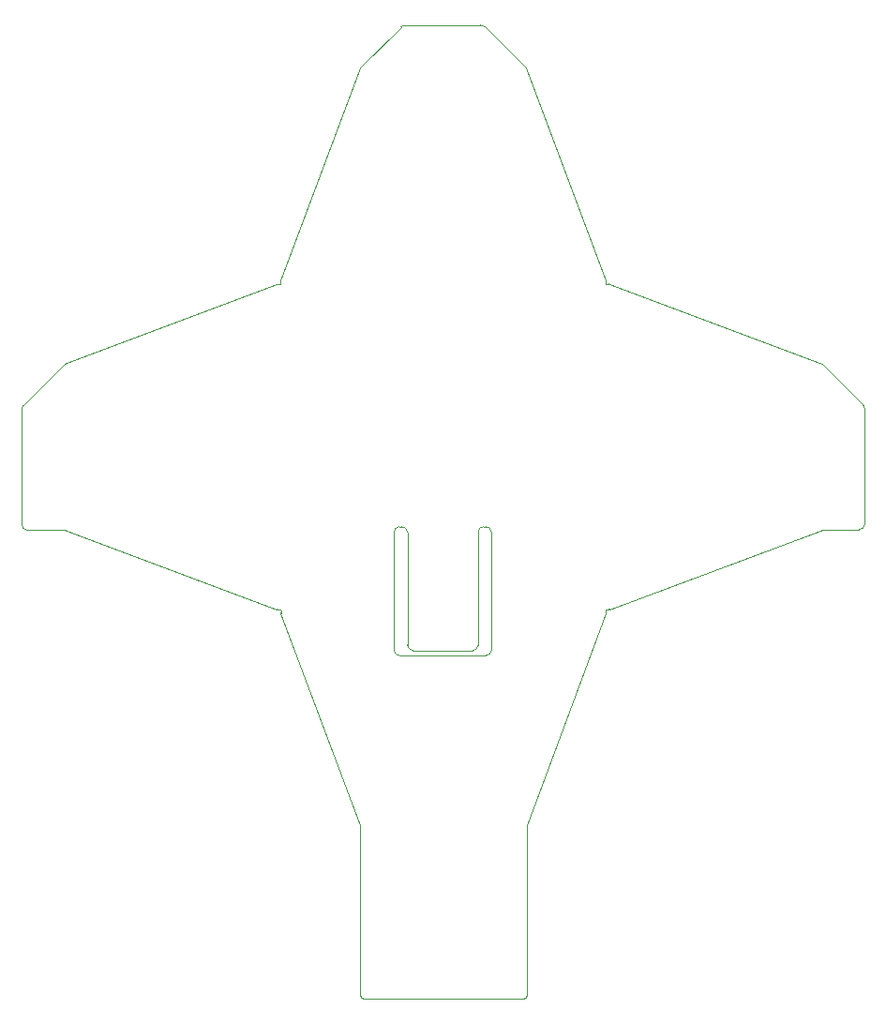
<source format=gm1>
G04 #@! TF.GenerationSoftware,KiCad,Pcbnew,9.0.3*
G04 #@! TF.CreationDate,2025-08-05T11:28:11+01:00*
G04 #@! TF.ProjectId,Badge ESC 2025,42616467-6520-4455-9343-20323032352e,rev?*
G04 #@! TF.SameCoordinates,Original*
G04 #@! TF.FileFunction,Profile,NP*
%FSLAX46Y46*%
G04 Gerber Fmt 4.6, Leading zero omitted, Abs format (unit mm)*
G04 Created by KiCad (PCBNEW 9.0.3) date 2025-08-05 11:28:11*
%MOMM*%
%LPD*%
G01*
G04 APERTURE LIST*
G04 #@! TA.AperFunction,Profile*
%ADD10C,0.100000*%
G04 #@! TD*
G04 #@! TA.AperFunction,Profile*
%ADD11C,0.050000*%
G04 #@! TD*
%ADD12C,0.100000*%
G04 APERTURE END LIST*
D10*
X151067464Y-81751066D02*
G75*
G02*
X151114611Y-81744512I29636J-40334D01*
G01*
D11*
X131640000Y-104160000D02*
G75*
G02*
X132140000Y-103660000I500000J0D01*
G01*
X139940000Y-103650000D02*
G75*
G02*
X140440000Y-104150000I0J-500000D01*
G01*
D10*
X150766079Y-81730997D02*
X150788603Y-81745880D01*
X121410422Y-111161033D02*
X121394677Y-111137790D01*
X102059423Y-88882821D02*
X101857895Y-88992628D01*
D11*
X131640000Y-108150000D02*
X131640000Y-104160000D01*
D10*
X121415880Y-111188233D02*
X121410422Y-111161033D01*
X102069013Y-104029039D02*
X121046144Y-111124301D01*
D11*
X140440000Y-114790000D02*
G75*
G02*
X139940000Y-115290000I-500000J0D01*
G01*
X138740000Y-114830000D02*
X133350000Y-114830000D01*
D10*
X121372140Y-111122917D02*
X121345119Y-111117560D01*
X173995137Y-92644086D02*
X170293402Y-88949287D01*
D11*
X132350000Y-103660000D02*
G75*
G02*
X132850000Y-104160000I0J-500000D01*
G01*
X132950000Y-115290000D02*
X132950000Y-115300000D01*
D10*
X121093299Y-111117722D02*
G75*
G02*
X121046160Y-111124258I-29599J40222D01*
G01*
X151133211Y-111105241D02*
X170101333Y-103985946D01*
X98014516Y-93045864D02*
G75*
G02*
X98160827Y-92692089I499984J364D01*
G01*
X121391862Y-81726167D02*
X121397204Y-81699153D01*
D12*
X129097281Y-146309197D02*
X129092933Y-146309190D01*
X129088580Y-146309162D01*
X129084285Y-146309115D01*
X129079987Y-146309048D01*
X129075745Y-146308961D01*
X129071501Y-146308854D01*
X129067311Y-146308728D01*
X129063120Y-146308582D01*
X129058983Y-146308417D01*
X129054844Y-146308232D01*
X129050759Y-146308030D01*
X129046672Y-146307807D01*
X129042637Y-146307566D01*
X129038602Y-146307306D01*
X129034618Y-146307028D01*
X129030634Y-146306730D01*
X129026700Y-146306416D01*
X129022766Y-146306081D01*
X129018881Y-146305731D01*
X129014997Y-146305360D01*
X129011161Y-146304973D01*
X129007327Y-146304567D01*
X129003539Y-146304145D01*
X128999753Y-146303703D01*
X128996014Y-146303246D01*
X128992276Y-146302769D01*
X128988584Y-146302277D01*
X128984894Y-146301766D01*
X128981249Y-146301240D01*
X128977606Y-146300694D01*
X128974007Y-146300135D01*
X128970412Y-146299555D01*
X128966858Y-146298962D01*
X128963309Y-146298349D01*
X128959801Y-146297723D01*
X128956297Y-146297077D01*
X128952834Y-146296418D01*
X128949376Y-146295740D01*
X128945957Y-146295049D01*
X128942543Y-146294338D01*
X128939169Y-146293615D01*
X128935799Y-146292872D01*
X128932468Y-146292117D01*
X128929142Y-146291343D01*
X128925854Y-146290557D01*
X128922571Y-146289751D01*
X128919325Y-146288934D01*
X128916085Y-146288097D01*
X128912881Y-146287249D01*
X128909684Y-146286382D01*
X128906521Y-146285503D01*
X128903365Y-146284605D01*
X128900244Y-146283697D01*
X128897129Y-146282769D01*
X128894049Y-146281830D01*
X128890975Y-146280873D01*
X128887934Y-146279904D01*
X128884901Y-146278917D01*
X128881900Y-146277920D01*
X128878906Y-146276903D01*
X128875944Y-146275876D01*
X128872990Y-146274830D01*
X128870067Y-146273775D01*
X128867152Y-146272700D01*
X128864807Y-146271820D01*
D10*
X121027560Y-81763541D02*
X102059423Y-88882821D01*
X143617409Y-130599842D02*
X150770278Y-111468629D01*
X132290075Y-58519640D02*
X128595271Y-62221376D01*
X121397046Y-81447333D02*
G75*
G02*
X121390495Y-81400155I40254J29633D01*
G01*
D11*
X139740000Y-103650000D02*
X139940000Y-103650000D01*
X140440000Y-108140000D02*
X140440000Y-114790000D01*
D10*
X150783768Y-111120090D02*
X150768891Y-111142620D01*
D11*
X131640000Y-114800000D02*
X131640000Y-108150000D01*
D10*
X173995137Y-92644086D02*
G75*
G02*
X174141919Y-92997658I-353037J-353814D01*
G01*
X121415880Y-111188233D02*
X121416028Y-111440051D01*
X139468895Y-58368534D02*
X132643636Y-58372863D01*
X150768891Y-111142620D02*
X150763551Y-111169640D01*
X151133211Y-111105241D02*
G75*
G02*
X151086048Y-111098720I-17611J46441D01*
G01*
X121326537Y-81769893D02*
X121353728Y-81764430D01*
X98014516Y-93045864D02*
X98021131Y-103473897D01*
X150751235Y-81381565D02*
G75*
G02*
X150744708Y-81428724I-46935J-17535D01*
G01*
X143392288Y-146249176D02*
X143271592Y-146287523D01*
D12*
X143508742Y-146165662D02*
X143505019Y-146169558D01*
X143501241Y-146173396D01*
X143497406Y-146177178D01*
X143493514Y-146180903D01*
X143489565Y-146184573D01*
X143485559Y-146188187D01*
X143481495Y-146191746D01*
X143477373Y-146195249D01*
X143473192Y-146198698D01*
X143468952Y-146202092D01*
X143464652Y-146205431D01*
X143460292Y-146208717D01*
X143455871Y-146211948D01*
X143451389Y-146215125D01*
X143446845Y-146218248D01*
X143442238Y-146221317D01*
X143437568Y-146224332D01*
X143432834Y-146227293D01*
X143428036Y-146230201D01*
X143423172Y-146233054D01*
X143418243Y-146235853D01*
X143413247Y-146238599D01*
X143408184Y-146241290D01*
X143403054Y-146243926D01*
X143397854Y-146246509D01*
X143392586Y-146249036D01*
X143392288Y-146249176D01*
D10*
X121409521Y-111487214D02*
G75*
G02*
X121416054Y-111440070I46979J17514D01*
G01*
X121353728Y-81764430D02*
X121376972Y-81748706D01*
X150763707Y-111421474D02*
X150763551Y-111169640D01*
X174148523Y-103425689D02*
G75*
G02*
X173648827Y-103926023I-499923J-411D01*
G01*
D11*
X139240000Y-114330000D02*
G75*
G02*
X138740000Y-114830000I-500000J0D01*
G01*
D10*
X170302876Y-103928122D02*
X173648827Y-103925997D01*
X143627771Y-145800000D02*
X143617409Y-130599842D01*
X151067464Y-81751066D02*
X150815625Y-81751232D01*
X139468895Y-58368534D02*
G75*
G02*
X139822682Y-58514847I505J-499666D01*
G01*
X143271592Y-146287523D02*
X143128096Y-146300301D01*
X143631943Y-62413443D02*
X143522135Y-62211927D01*
X128586622Y-130609354D02*
X128596970Y-145800000D01*
X121394677Y-111137790D02*
X121372140Y-111122917D01*
D11*
X139240000Y-104150000D02*
G75*
G02*
X139740000Y-103650000I500000J0D01*
G01*
X133350000Y-114830000D02*
G75*
G02*
X132850000Y-114330000I0J500000D01*
G01*
D10*
X98521443Y-103973584D02*
G75*
G02*
X98021116Y-103473897I-443J499884D01*
G01*
X128648095Y-146073699D02*
X128609751Y-145953015D01*
X132290075Y-58519640D02*
G75*
G02*
X132643636Y-58372869I353725J-352860D01*
G01*
X98521443Y-103973584D02*
X101867393Y-103971454D01*
X128609751Y-145953015D02*
X128596970Y-145809508D01*
X121376972Y-81748706D02*
X121391862Y-81726167D01*
D11*
X139240000Y-114330000D02*
X139240000Y-104150000D01*
D10*
X170293402Y-88949287D02*
X170091733Y-88839754D01*
X150834219Y-111098888D02*
X150807014Y-111104346D01*
X150751235Y-81381565D02*
X143631943Y-62413443D01*
X150744882Y-81680571D02*
X150744717Y-81428731D01*
X121027560Y-81763541D02*
G75*
G02*
X121074714Y-81770071I17540J-46859D01*
G01*
X150807014Y-111104346D02*
X150783768Y-111120090D01*
D12*
X128731613Y-146190157D02*
X128727719Y-146186437D01*
X128723881Y-146182661D01*
X128720101Y-146178829D01*
X128716376Y-146174940D01*
X128712708Y-146170994D01*
X128709095Y-146166990D01*
X128705537Y-146162929D01*
X128702035Y-146158809D01*
X128698587Y-146154631D01*
X128695194Y-146150393D01*
X128691856Y-146146096D01*
X128688571Y-146141738D01*
X128685341Y-146137319D01*
X128682165Y-146132840D01*
X128679044Y-146128298D01*
X128675976Y-146123694D01*
X128672962Y-146119027D01*
X128670002Y-146114296D01*
X128667096Y-146109500D01*
X128664244Y-146104640D01*
X128661446Y-146099714D01*
X128658702Y-146094721D01*
X128656012Y-146089662D01*
X128653378Y-146084535D01*
X128650797Y-146079339D01*
X128648272Y-146074075D01*
X128648095Y-146073699D01*
D11*
X132140000Y-115300000D02*
G75*
G02*
X131640000Y-114800000I0J500000D01*
G01*
D10*
X101867393Y-103971454D02*
X102069013Y-104029039D01*
X174148523Y-103425689D02*
X174141909Y-92997658D01*
X128595271Y-62221376D02*
X128485732Y-62423027D01*
X150744882Y-81680571D02*
X150750341Y-81707755D01*
X150763707Y-111421474D02*
G75*
G02*
X150770267Y-111468625I-40207J-29626D01*
G01*
X129097281Y-146309197D02*
X143128096Y-146300301D01*
X150750341Y-81707755D02*
X150766079Y-81730997D01*
X101857895Y-88992628D02*
X98160845Y-92692107D01*
X150788603Y-81745880D02*
X150815625Y-81751232D01*
D11*
X132140000Y-103660000D02*
X132350000Y-103660000D01*
X132850000Y-104160000D02*
X132850000Y-114330000D01*
D10*
X121093299Y-111117722D02*
X121345119Y-111117560D01*
X121326537Y-81769893D02*
X121074726Y-81770055D01*
X143522135Y-62211927D02*
X139822663Y-58514866D01*
X128485732Y-62423027D02*
X121390474Y-81400147D01*
X150834219Y-111098888D02*
X151086040Y-111098731D01*
D11*
X140440000Y-104150000D02*
X140440000Y-108140000D01*
X132950000Y-115300000D02*
X132140000Y-115300000D01*
D10*
X121409521Y-111487214D02*
X128586622Y-130609354D01*
D12*
X128864807Y-146271820D02*
X128861939Y-146270724D01*
X128859081Y-146269609D01*
X128856251Y-146268485D01*
X128853431Y-146267342D01*
X128850638Y-146266189D01*
X128847855Y-146265019D01*
X128845100Y-146263838D01*
X128842354Y-146262639D01*
X128839635Y-146261430D01*
X128836926Y-146260204D01*
X128834243Y-146258967D01*
X128831571Y-146257713D01*
X128828924Y-146256449D01*
X128826287Y-146255168D01*
X128823675Y-146253876D01*
X128821074Y-146252567D01*
X128818497Y-146251248D01*
X128815931Y-146249912D01*
X128813388Y-146248565D01*
X128810857Y-146247202D01*
X128808349Y-146245828D01*
X128805851Y-146244438D01*
X128803377Y-146243037D01*
X128800913Y-146241619D01*
X128798472Y-146240191D01*
X128796042Y-146238746D01*
X128793634Y-146237292D01*
X128791237Y-146235820D01*
X128788861Y-146234338D01*
X128786497Y-146232839D01*
X128784154Y-146231330D01*
X128781822Y-146229804D01*
X128779511Y-146228268D01*
X128777211Y-146226715D01*
X128774932Y-146225152D01*
X128772663Y-146223572D01*
X128770416Y-146221982D01*
X128768179Y-146220375D01*
X128765962Y-146218758D01*
X128763756Y-146217124D01*
X128761570Y-146215479D01*
X128759394Y-146213818D01*
X128757239Y-146212147D01*
X128755094Y-146210458D01*
X128752968Y-146208759D01*
X128750854Y-146207043D01*
X128748758Y-146205317D01*
X128746674Y-146203574D01*
X128744607Y-146201820D01*
X128742552Y-146200049D01*
X128740516Y-146198267D01*
X128738490Y-146196469D01*
X128736482Y-146194660D01*
X128734486Y-146192833D01*
X128731613Y-146190157D01*
X143590389Y-146032471D02*
X143589294Y-146035337D01*
X143588182Y-146038192D01*
X143587058Y-146041021D01*
X143585917Y-146043839D01*
X143584766Y-146046630D01*
X143583597Y-146049410D01*
X143582417Y-146052165D01*
X143581219Y-146054909D01*
X143580012Y-146057626D01*
X143578787Y-146060334D01*
X143577551Y-146063016D01*
X143576298Y-146065687D01*
X143575035Y-146068334D01*
X143573754Y-146070970D01*
X143572464Y-146073581D01*
X143571155Y-146076181D01*
X143569837Y-146078758D01*
X143568502Y-146081324D01*
X143567156Y-146083865D01*
X143565793Y-146086397D01*
X143564421Y-146088904D01*
X143563031Y-146091402D01*
X143561631Y-146093876D01*
X143560213Y-146096339D01*
X143558786Y-146098780D01*
X143557342Y-146101210D01*
X143555888Y-146103618D01*
X143554416Y-146106015D01*
X143552935Y-146108390D01*
X143551437Y-146110754D01*
X143549928Y-146113097D01*
X143548403Y-146115429D01*
X143546868Y-146117740D01*
X143545315Y-146120040D01*
X143543753Y-146122319D01*
X143542173Y-146124587D01*
X143540584Y-146126835D01*
X143538978Y-146129071D01*
X143537361Y-146131288D01*
X143535727Y-146133494D01*
X143534084Y-146135680D01*
X143532423Y-146137854D01*
X143530752Y-146140010D01*
X143529064Y-146142154D01*
X143527366Y-146144279D01*
X143525651Y-146146393D01*
X143523926Y-146148489D01*
X143522183Y-146150573D01*
X143520430Y-146152638D01*
X143518661Y-146154693D01*
X143516880Y-146156729D01*
X143515083Y-146158753D01*
X143513274Y-146160760D01*
X143511449Y-146162756D01*
X143508742Y-146165662D01*
D11*
X139940000Y-115290000D02*
X132950000Y-115290000D01*
D10*
X170091733Y-88839754D02*
X151114615Y-81744501D01*
X170101333Y-103985946D02*
X170302876Y-103928122D01*
D12*
X143627771Y-145800000D02*
X143627763Y-145804358D01*
X143627735Y-145808720D01*
X143627688Y-145813023D01*
X143627620Y-145817330D01*
X143627532Y-145821578D01*
X143627425Y-145825830D01*
X143627298Y-145830024D01*
X143627152Y-145834222D01*
X143626987Y-145838364D01*
X143626801Y-145842507D01*
X143626598Y-145846597D01*
X143626375Y-145850687D01*
X143626134Y-145854725D01*
X143625873Y-145858763D01*
X143625596Y-145862750D01*
X143625297Y-145866736D01*
X143624983Y-145870672D01*
X143624648Y-145874607D01*
X143624297Y-145878493D01*
X143623926Y-145882378D01*
X143623540Y-145886214D01*
X143623133Y-145890049D01*
X143622711Y-145893837D01*
X143622269Y-145897622D01*
X143621812Y-145901361D01*
X143621335Y-145905098D01*
X143620843Y-145908789D01*
X143620332Y-145912478D01*
X143619806Y-145916122D01*
X143619260Y-145919762D01*
X143618701Y-145923360D01*
X143618121Y-145926953D01*
X143617529Y-145930505D01*
X143616916Y-145934052D01*
X143616290Y-145937557D01*
X143615644Y-145941058D01*
X143614986Y-145944518D01*
X143614308Y-145947974D01*
X143613617Y-145951389D01*
X143612906Y-145954800D01*
X143612183Y-145958171D01*
X143611441Y-145961538D01*
X143610687Y-145964865D01*
X143609913Y-145968188D01*
X143609127Y-145971472D01*
X143608322Y-145974751D01*
X143607505Y-145977993D01*
X143606669Y-145981229D01*
X143605821Y-145984429D01*
X143604955Y-145987622D01*
X143604077Y-145990781D01*
X143603180Y-145993932D01*
X143602272Y-145997049D01*
X143601344Y-146000160D01*
X143600407Y-146003236D01*
X143599450Y-146006306D01*
X143598482Y-146009342D01*
X143597495Y-146012371D01*
X143596498Y-146015367D01*
X143595483Y-146018356D01*
X143594457Y-146021313D01*
X143593412Y-146024263D01*
X143592357Y-146027181D01*
X143591283Y-146030092D01*
X143590389Y-146032471D01*
D10*
X121397046Y-81447333D02*
X121397204Y-81699153D01*
M02*

</source>
